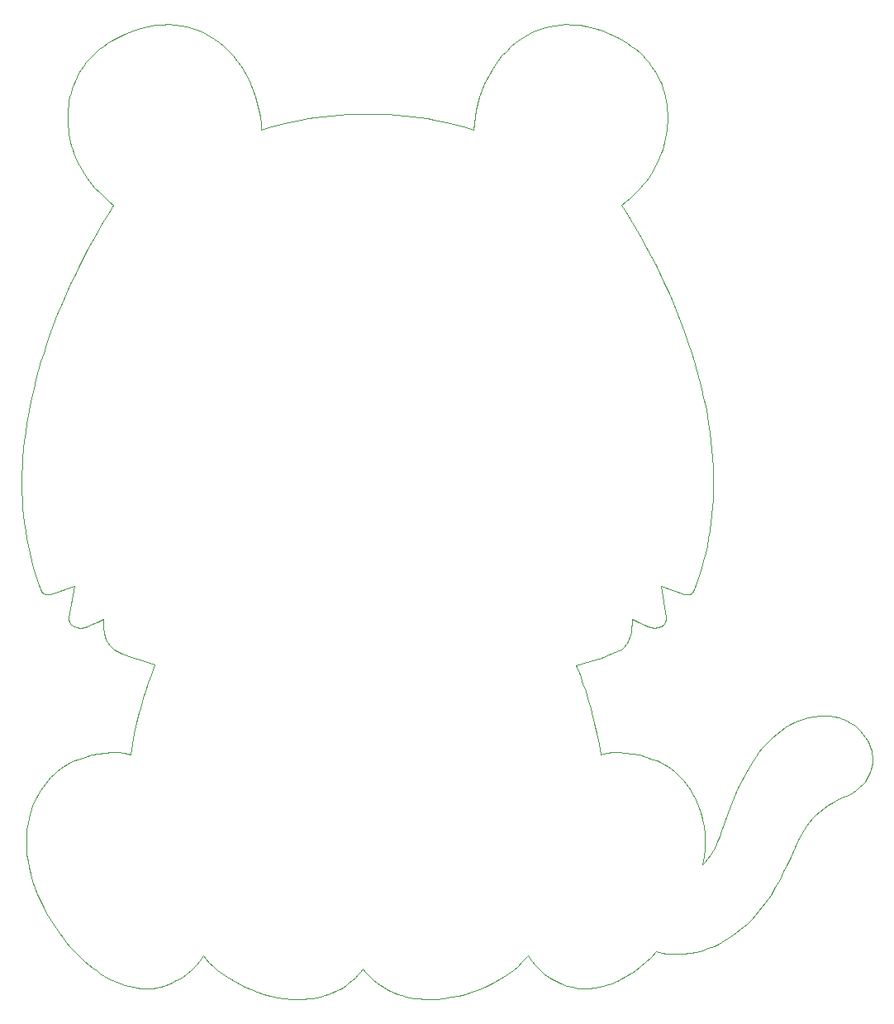
<source format=gbr>
%TF.GenerationSoftware,KiCad,Pcbnew,7.0.8*%
%TF.CreationDate,2024-08-10T05:42:34+02:00*%
%TF.ProjectId,Tiger,54696765-722e-46b6-9963-61645f706362,rev?*%
%TF.SameCoordinates,Original*%
%TF.FileFunction,Profile,NP*%
%FSLAX46Y46*%
G04 Gerber Fmt 4.6, Leading zero omitted, Abs format (unit mm)*
G04 Created by KiCad (PCBNEW 7.0.8) date 2024-08-10 05:42:34*
%MOMM*%
%LPD*%
G01*
G04 APERTURE LIST*
%TA.AperFunction,Profile*%
%ADD10C,0.100000*%
%TD*%
G04 APERTURE END LIST*
D10*
X44688400Y-24580400D02*
X44047100Y-24548490D01*
X33077500Y-53156000D02*
X32633500Y-54239700D01*
X31967600Y-101654200D02*
X31678500Y-101968300D01*
X94158800Y-38592500D02*
X94357100Y-38139800D01*
X31099000Y-82720300D02*
X31214000Y-82820800D01*
X99841400Y-71489000D02*
X99831100Y-70645000D01*
X30937200Y-59093800D02*
X30670800Y-60015800D01*
X112628900Y-103951200D02*
X113223900Y-103686800D01*
X52153200Y-30025900D02*
X51822300Y-29424000D01*
X47853700Y-120250400D02*
X48210400Y-120651400D01*
X65377300Y-122723400D02*
X65704600Y-122963400D01*
X34204800Y-37374900D02*
X34337200Y-37761500D01*
X86181300Y-91182000D02*
X85820000Y-90231300D01*
X30418000Y-80995200D02*
X30665100Y-81730000D01*
X85820000Y-90231300D02*
X87183500Y-89811400D01*
X84214200Y-122787400D02*
X84859800Y-123030400D01*
X81191100Y-120460400D02*
X81592400Y-120951400D01*
X85957400Y-123277400D02*
X86522000Y-123321400D01*
X34366700Y-82104700D02*
X33834200Y-85320300D01*
X29243700Y-75595900D02*
X29352000Y-76393300D01*
X63237200Y-33733300D02*
X62330800Y-33767000D01*
X51213600Y-122833400D02*
X51827700Y-123135400D01*
X90864300Y-42740900D02*
X91344600Y-42321900D01*
X97495700Y-82897600D02*
X97626500Y-82820800D01*
X34435100Y-86267200D02*
X34587100Y-86320200D01*
X98416200Y-60932800D02*
X98169500Y-60015800D01*
X88286600Y-99323900D02*
X88110200Y-98257500D01*
X93508000Y-28789800D02*
X93232100Y-28426000D01*
X30094400Y-112271700D02*
X30328000Y-112957300D01*
X98876200Y-109793100D02*
X98951400Y-109007500D01*
X32165200Y-116636200D02*
X32494800Y-117140800D01*
X94253200Y-86320100D02*
X94405200Y-86267100D01*
X37460900Y-122029400D02*
X37874600Y-122262400D01*
X115814900Y-98227100D02*
X115638900Y-97878900D01*
X33687800Y-34085300D02*
X33695700Y-34508200D01*
X29802000Y-63652700D02*
X29634000Y-64548400D01*
X87666800Y-24953590D02*
X86902400Y-24762860D01*
X94782700Y-86022000D02*
X94854400Y-85939100D01*
X95165300Y-100578400D02*
X94812100Y-100357900D01*
X100047200Y-108755500D02*
X99799400Y-109216300D01*
X98643200Y-61844800D02*
X98416200Y-60932800D01*
X29089200Y-68935800D02*
X29039400Y-69793900D01*
X35705000Y-86226600D02*
X36029400Y-86099400D01*
X80148100Y-26011730D02*
X79622100Y-26394950D01*
X107180900Y-96600000D02*
X106751900Y-96895600D01*
X31528700Y-57236100D02*
X31223100Y-58167200D01*
X60800800Y-123749400D02*
X61170100Y-123582400D01*
X99753900Y-73976500D02*
X99802800Y-73154900D01*
X113922900Y-96105000D02*
X113536900Y-95890900D01*
X31537800Y-115577800D02*
X31846000Y-116115000D01*
X30902000Y-103008700D02*
X30675600Y-103385900D01*
X111139900Y-104846200D02*
X111590900Y-104531200D01*
X41143300Y-94584000D02*
X41031000Y-95006100D01*
X99831100Y-70645000D02*
X99801000Y-69793900D01*
X114613900Y-96615500D02*
X114282900Y-96347600D01*
X35608200Y-28426000D02*
X35332200Y-28789800D01*
X116113900Y-100515200D02*
X116157900Y-100189700D01*
X102959900Y-116962200D02*
X103266900Y-116682500D01*
X98175300Y-81730000D02*
X98422400Y-80995200D01*
X29155200Y-74790200D02*
X29243700Y-75595900D01*
X49720100Y-26817300D02*
X49218400Y-26394950D01*
X90142900Y-25950230D02*
X89287200Y-25542520D01*
X29009300Y-70645000D02*
X28998900Y-71489000D01*
X58785900Y-124304400D02*
X59210700Y-124231400D01*
X85402700Y-123181400D02*
X85957400Y-123277400D01*
X90215500Y-99120200D02*
X89559200Y-99136200D01*
X37552200Y-87316200D02*
X37630600Y-87536100D01*
X30275200Y-104182200D02*
X30102500Y-104599900D01*
X94857700Y-36580600D02*
X94946600Y-36174500D01*
X51822300Y-29424000D02*
X51460000Y-28845400D01*
X33770600Y-32813800D02*
X33724800Y-33237300D01*
X93942300Y-39027000D02*
X94158800Y-38592500D01*
X65063200Y-122467400D02*
X65377300Y-122723400D01*
X73605800Y-34848800D02*
X72494900Y-34574500D01*
X34734800Y-99823100D02*
X34350600Y-99979600D01*
X59813400Y-33978600D02*
X59044600Y-34079100D01*
X94960200Y-85750400D02*
X95012300Y-85540300D01*
X29248000Y-67199800D02*
X29158700Y-68071100D01*
X57839200Y-124395400D02*
X58350600Y-124357400D01*
X64202700Y-121592400D02*
X64475700Y-121901400D01*
X90418300Y-88582300D02*
X90596200Y-88449700D01*
X31678500Y-101968300D02*
X31404100Y-102299200D01*
X105567900Y-97922900D02*
X105206900Y-98306100D01*
X115188900Y-97215100D02*
X114915900Y-96905800D01*
X51460000Y-28845400D02*
X51067400Y-28292800D01*
X31793600Y-82966900D02*
X31949000Y-82930300D01*
X75835100Y-123399400D02*
X76499500Y-123121400D01*
X47232700Y-120459400D02*
X47592500Y-119928400D01*
X102853900Y-101838300D02*
X102396900Y-102783000D01*
X53799900Y-123876400D02*
X54489800Y-124060400D01*
X90445000Y-43075900D02*
X90864300Y-42740900D01*
X87674700Y-123252400D02*
X88259400Y-123143400D01*
X83541900Y-24656150D02*
X82962900Y-24770870D01*
X95507000Y-100818900D02*
X95165300Y-100578400D01*
X86902400Y-24762860D02*
X86168600Y-24634940D01*
X33828000Y-85540300D02*
X33880100Y-85750400D01*
X30675600Y-103385900D02*
X30466500Y-103777300D01*
X63133300Y-122197400D02*
X63416600Y-121904400D01*
X31223100Y-58167200D02*
X30937200Y-59093800D01*
X95012300Y-85540300D02*
X95016800Y-85430800D01*
X47592500Y-119928400D02*
X47853700Y-120250400D01*
X35130200Y-39443000D02*
X35375300Y-39840400D01*
X103631900Y-100444300D02*
X103358900Y-100903400D01*
X100284900Y-108253200D02*
X100047200Y-108755500D01*
X95152500Y-34085300D02*
X95143000Y-33661400D01*
X36235000Y-121197400D02*
X36640500Y-121496400D01*
X96745500Y-101968300D02*
X96456400Y-101654200D01*
X89287200Y-25542520D02*
X88461800Y-25211890D01*
X44209800Y-122787400D02*
X44815200Y-122503400D01*
X46941900Y-25098180D02*
X46425400Y-24919740D01*
X45877600Y-24770790D02*
X45298600Y-24656090D01*
X35907600Y-28072400D02*
X35608200Y-28426000D01*
X46425400Y-24919740D02*
X45877600Y-24770790D01*
X34483200Y-38139800D02*
X34681600Y-38592500D01*
X99483400Y-66322100D02*
X99354700Y-65438200D01*
X30597000Y-113645300D02*
X30901500Y-114334900D01*
X53526300Y-35366800D02*
X53489600Y-34672600D01*
X115614900Y-101805300D02*
X115791900Y-101488800D01*
X70757200Y-124407400D02*
X71502900Y-124384400D01*
X87095000Y-123312400D02*
X87674700Y-123252400D01*
X33540300Y-118552400D02*
X33905800Y-118987400D01*
X99017200Y-110321900D02*
X98750400Y-110588700D01*
X90754900Y-88297400D02*
X90895200Y-88127600D01*
X34278700Y-119403400D02*
X34658600Y-119801400D01*
X29445200Y-108265700D02*
X29463300Y-108915600D01*
X91889200Y-27080870D02*
X91491500Y-26776110D01*
X81898600Y-25098280D02*
X81413600Y-25301460D01*
X50069700Y-122167400D02*
X50626500Y-122510400D01*
X110720900Y-95378500D02*
X110154900Y-95449300D01*
X33834200Y-85320300D02*
X33823600Y-85430800D01*
X37325800Y-85923000D02*
X37361600Y-86387500D01*
X78860000Y-121792400D02*
X79357600Y-121419400D01*
X60028000Y-124027400D02*
X60420100Y-123897400D01*
X114851900Y-102700400D02*
X115146900Y-102413300D01*
X116123900Y-99240700D02*
X116062900Y-98940700D01*
X92969700Y-99577900D02*
X92262200Y-99385100D01*
X76389000Y-30648500D02*
X76124500Y-31289300D01*
X53294600Y-33293900D02*
X53138700Y-32614600D01*
X96986400Y-56300700D02*
X96641600Y-55361100D01*
X97047000Y-82966900D02*
X97202100Y-82972500D01*
X106751900Y-96895600D02*
X106339900Y-97215800D01*
X64628400Y-33721600D02*
X64212800Y-33721600D01*
X96456400Y-101654200D02*
X96153100Y-101357500D01*
X98951400Y-109007500D02*
X98975600Y-108233700D01*
X31487600Y-82948800D02*
X31638500Y-82972500D01*
X111747900Y-95381500D02*
X111244900Y-95356400D01*
X38289900Y-122474400D02*
X38706200Y-122663400D01*
X73721200Y-124055400D02*
X74442200Y-123869400D01*
X85465600Y-24565070D02*
X84793400Y-24548490D01*
X64762700Y-122193400D02*
X65063200Y-122467400D01*
X99038300Y-63652700D02*
X98850600Y-62751500D01*
X49546500Y-121806400D02*
X50069700Y-122167400D01*
X94854400Y-85939100D02*
X94960200Y-85750400D01*
X110353900Y-105524800D02*
X110728900Y-105177500D01*
X40205200Y-89337800D02*
X41311000Y-89734100D01*
X34898800Y-86368200D02*
X35057800Y-86366500D01*
X99315000Y-119198400D02*
X99877700Y-118968400D01*
X34587100Y-86320200D02*
X34741800Y-86353300D01*
X29609100Y-106376800D02*
X29518000Y-106995400D01*
X35894200Y-40578200D02*
X36162900Y-40918300D01*
X37831600Y-87946300D02*
X37956200Y-88132500D01*
X87395400Y-95015500D02*
X87283500Y-94594900D01*
X116172900Y-99867400D02*
X116160900Y-99550300D01*
X100721900Y-107135600D02*
X100510500Y-107712300D01*
X68350900Y-124131400D02*
X68777200Y-124224400D01*
X91068200Y-26485550D02*
X90618800Y-26209990D01*
X99543800Y-109632900D02*
X99282300Y-110002400D01*
X51067400Y-28292800D02*
X50645800Y-27768900D01*
X37910400Y-43829100D02*
X37289600Y-44838100D01*
X114282900Y-96347600D02*
X113922900Y-96105000D01*
X35375300Y-39840400D02*
X35630800Y-40218800D01*
X41031000Y-95006100D02*
X40760300Y-96095600D01*
X113223900Y-103686800D02*
X113701900Y-103468800D01*
X99685200Y-74790200D02*
X99753900Y-73976500D01*
X70528100Y-34191000D02*
X69796000Y-34079100D01*
X116160900Y-99550300D02*
X116123900Y-99240700D01*
X63943700Y-121267400D02*
X64202700Y-121592400D01*
X105206900Y-98306100D02*
X104861900Y-98706600D01*
X35747100Y-47559200D02*
X34878200Y-49238900D01*
X30424200Y-60932800D02*
X30197100Y-61844800D01*
X98556500Y-105289600D02*
X98321400Y-104599900D01*
X57618000Y-34312300D02*
X56345500Y-34574500D01*
X30466500Y-103777300D02*
X30275200Y-104182200D01*
X30901500Y-114334900D02*
X31241300Y-115024900D01*
X33835200Y-32391800D02*
X33770600Y-32813800D01*
X90186200Y-88708000D02*
X90220000Y-88693100D01*
X29734300Y-110911900D02*
X29896500Y-111589600D01*
X33985900Y-85939100D02*
X34057600Y-86022000D01*
X65603800Y-33733300D02*
X64665300Y-33721600D01*
X33979500Y-51109900D02*
X33527200Y-52112000D01*
X94817800Y-31555300D02*
X94694300Y-31142300D01*
X94503100Y-37761500D02*
X94635500Y-37374900D01*
X86763100Y-92866500D02*
X86495600Y-92066100D01*
X56345500Y-34574500D02*
X55234500Y-34848800D01*
X48210400Y-120651400D02*
X48613600Y-121046400D01*
X76499500Y-123121400D02*
X77137900Y-122819400D01*
X77746500Y-122494400D02*
X78321800Y-122151400D01*
X60618000Y-33891700D02*
X59813400Y-33978600D01*
X31145100Y-102646200D02*
X30902000Y-103008700D01*
X94946600Y-36174500D02*
X95020200Y-35763400D01*
X53124100Y-123659400D02*
X53799900Y-123876400D01*
X75701800Y-32614600D02*
X75545800Y-33293900D01*
X107412900Y-110563900D02*
X107750900Y-109822500D01*
X44047100Y-24548490D02*
X43375000Y-24565090D01*
X42263000Y-91125600D02*
X41943300Y-92021500D01*
X57325400Y-124408400D02*
X57839200Y-124395400D01*
X92406100Y-41238900D02*
X92677500Y-40918300D01*
X71502900Y-124384400D02*
X72247900Y-124316400D01*
X33905800Y-118987400D02*
X34278700Y-119403400D01*
X108886900Y-107492900D02*
X109138900Y-107069300D01*
X99044600Y-78734600D02*
X99212400Y-77962900D01*
X88461800Y-25211890D02*
X87666800Y-24953590D01*
X54489800Y-124060400D02*
X55190500Y-124208400D01*
X77773100Y-28292800D02*
X77380500Y-28845400D01*
X38258900Y-88456500D02*
X38439000Y-88590100D01*
X99801000Y-69793900D02*
X99751200Y-68935800D01*
X98724400Y-119399400D02*
X99315000Y-119198400D01*
X112689900Y-95560600D02*
X112229900Y-95450600D01*
X99282300Y-110002400D02*
X99017200Y-110321900D01*
X86168600Y-24634940D02*
X85465600Y-24565070D01*
X34741800Y-86353300D02*
X34898800Y-86368200D01*
X37318600Y-85480900D02*
X37325800Y-85923000D01*
X94073500Y-99979600D02*
X93689500Y-99823100D01*
X69027300Y-33978600D02*
X68222800Y-33891700D01*
X52451400Y-30648500D02*
X52153200Y-30025900D01*
X58312500Y-34191000D02*
X57618000Y-34312300D01*
X95079800Y-119732400D02*
X95596500Y-119778400D01*
X93135400Y-86226500D02*
X93460300Y-86319800D01*
X91779000Y-121498400D02*
X92351900Y-121070400D01*
X96794600Y-119766400D02*
X97463300Y-119688400D01*
X90220000Y-88693100D02*
X90418300Y-88582300D01*
X29039400Y-69793900D02*
X29009300Y-70645000D01*
X29518000Y-106995400D02*
X29463400Y-107625300D01*
X105721900Y-113712400D02*
X106218900Y-112903900D01*
X40313900Y-98256800D02*
X40137300Y-99324000D01*
X32834200Y-117628400D02*
X33182900Y-118099400D01*
X115638900Y-97878900D02*
X115429900Y-97540600D01*
X68222800Y-33891700D02*
X67383400Y-33820500D01*
X37049300Y-121773400D02*
X37460900Y-122029400D01*
X35079400Y-29163000D02*
X34849100Y-29544800D01*
X29795800Y-78734600D02*
X29983300Y-79497300D01*
X103771900Y-116181200D02*
X104152900Y-115767500D01*
X113701900Y-103468800D02*
X114130900Y-103230400D01*
X82962900Y-24770870D02*
X82415100Y-24919830D01*
X98739200Y-105999500D02*
X98556500Y-105289600D01*
X91516000Y-85923000D02*
X91522600Y-85481200D01*
X113536900Y-95890900D02*
X113125900Y-95708400D01*
X94199200Y-29934500D02*
X93991100Y-29544800D01*
X98750400Y-110588700D02*
X98876200Y-109793100D01*
X95020200Y-35763400D02*
X95078000Y-35348100D01*
X66045000Y-123184400D02*
X66398300Y-123387400D01*
X99360300Y-77182400D02*
X99488400Y-76393300D01*
X95016800Y-85430800D02*
X95006100Y-85320300D01*
X58350600Y-124357400D02*
X58785900Y-124304400D01*
X37495900Y-42321900D02*
X37976200Y-42740900D01*
X62330800Y-33767000D02*
X61457400Y-33820500D01*
X65704600Y-122963400D02*
X66045000Y-123184400D01*
X69664100Y-124354400D02*
X70209200Y-124394400D01*
X43375000Y-24565090D02*
X42671900Y-24634990D01*
X98649700Y-80250900D02*
X98857100Y-79497300D01*
X97957500Y-103777300D02*
X97748300Y-103385900D01*
X97748300Y-103385900D02*
X97521900Y-103008600D01*
X99802800Y-73154900D02*
X99832000Y-72325700D01*
X109084900Y-95701900D02*
X108579900Y-95880200D01*
X29608000Y-110239700D02*
X29734300Y-110911900D01*
X78644200Y-27276140D02*
X78194700Y-27768900D01*
X109406900Y-106660500D02*
X109696900Y-106266600D01*
X48302200Y-25762890D02*
X47880400Y-25524520D01*
X79810900Y-121036400D02*
X80216300Y-120645400D01*
X36951100Y-27080870D02*
X36578600Y-27399040D01*
X94409500Y-50151500D02*
X93962200Y-49238900D01*
X107627900Y-96331100D02*
X107180900Y-96600000D01*
X102241400Y-117553400D02*
X102617700Y-117254200D01*
X97352900Y-82948800D02*
X97495700Y-82897600D01*
X31853900Y-56300700D02*
X31528700Y-57236100D01*
X105945900Y-97558900D02*
X105567900Y-97922900D01*
X99877700Y-118968400D02*
X100411600Y-118713400D01*
X39122900Y-122829400D02*
X39539500Y-122972400D01*
X113125900Y-95708400D02*
X112689900Y-95560600D01*
X100411600Y-118713400D02*
X100915900Y-118439400D01*
X34286300Y-86192800D02*
X34435100Y-86267200D01*
X75148100Y-123649400D02*
X75835100Y-123399400D01*
X86495600Y-92066100D02*
X86181300Y-91182000D01*
X32633500Y-54239700D02*
X32198700Y-55361100D01*
X34898100Y-39027000D02*
X35130200Y-39443000D01*
X78321800Y-122151400D02*
X78860000Y-121792400D01*
X108648900Y-107931000D02*
X108886900Y-107492900D01*
X97278900Y-102646200D02*
X97019900Y-102299200D01*
X101284900Y-105528100D02*
X100721900Y-107135600D01*
X64212800Y-33721600D02*
X64175700Y-33721600D01*
X37538900Y-99156200D02*
X36856600Y-99244400D01*
X56611600Y-124385400D02*
X57325400Y-124408400D01*
X38706200Y-122663400D02*
X39122900Y-122829400D01*
X93991100Y-29544800D02*
X93760900Y-29163000D01*
X55898900Y-124317400D02*
X56611600Y-124385400D01*
X62207000Y-122970400D02*
X62528300Y-122730400D01*
X29463300Y-108915600D02*
X29517600Y-109573900D01*
X37630600Y-87536100D02*
X37723400Y-87746800D01*
X29158700Y-68071100D02*
X29089200Y-68935800D01*
X94554000Y-86192800D02*
X94699200Y-86095300D01*
X95313100Y-52112000D02*
X94860900Y-51109900D01*
X36230900Y-27729800D02*
X35907600Y-28072400D01*
X87664900Y-96100600D02*
X87395400Y-95015500D01*
X90614800Y-122227400D02*
X91199400Y-121884400D01*
X77380500Y-28845400D02*
X77018200Y-29424000D01*
X92932700Y-28072400D02*
X92609300Y-27729800D01*
X53138700Y-32614600D02*
X52945400Y-31945500D01*
X37289600Y-44838100D02*
X36559700Y-46086900D01*
X33258700Y-100578400D02*
X32917000Y-100818900D01*
X92916500Y-120600400D02*
X93470900Y-120091400D01*
X91293800Y-87314000D02*
X91409800Y-86856200D01*
X89365900Y-89038700D02*
X90186200Y-88708000D01*
X92946200Y-40578200D02*
X93209600Y-40218800D01*
X59210700Y-124231400D02*
X59624800Y-124138400D01*
X82518900Y-121810400D02*
X83043500Y-122177400D01*
X87903000Y-97182200D02*
X87664900Y-96100600D01*
X108094900Y-96090500D02*
X107627900Y-96331100D01*
X92609300Y-27729800D02*
X92261700Y-27399040D01*
X41447400Y-93542200D02*
X41143300Y-94584000D01*
X29989700Y-62751500D02*
X29802000Y-63652700D01*
X40137300Y-99324000D02*
X39507600Y-99204100D01*
X91125000Y-87743300D02*
X91216500Y-87533200D01*
X109696900Y-106266600D02*
X110010900Y-105887900D01*
X66398300Y-123387400D02*
X66764300Y-123573400D01*
X34658600Y-119801400D02*
X35044700Y-120180400D01*
X43182100Y-123142400D02*
X43564200Y-123029400D01*
X106339900Y-97215800D02*
X105945900Y-97558900D01*
X53489600Y-34672600D02*
X53412000Y-33980800D01*
X61457400Y-33820500D02*
X60618000Y-33891700D01*
X89559200Y-99136200D02*
X88916200Y-99204100D01*
X91409800Y-86856200D02*
X91481100Y-86386900D01*
X94357100Y-38139800D02*
X94503100Y-37761500D01*
X31214000Y-82820800D02*
X31344800Y-82897600D01*
X90618800Y-26209990D02*
X90142900Y-25950230D01*
X93232100Y-28426000D02*
X92932700Y-28072400D01*
X33880100Y-85750400D02*
X33985900Y-85939100D01*
X95119600Y-34929400D02*
X95144600Y-34508200D01*
X70209200Y-124394400D02*
X70757200Y-124407400D01*
X43564200Y-123029400D02*
X44209800Y-122787400D01*
X94694300Y-31142300D02*
X94550300Y-30734000D01*
X66510100Y-33767000D02*
X65603800Y-33733300D01*
X35454400Y-99577800D02*
X34734800Y-99823100D01*
X93689500Y-99823100D02*
X92969700Y-99577900D01*
X115932900Y-101166900D02*
X116039900Y-100841600D01*
X92261700Y-27399040D02*
X91889200Y-27080870D01*
X99681600Y-68071100D02*
X99592400Y-67199800D01*
X45380400Y-122177400D02*
X45905000Y-121809400D01*
X30932100Y-82455000D02*
X31003800Y-82597700D01*
X30197100Y-61844800D02*
X29989700Y-62751500D01*
X90930000Y-43829100D02*
X90445000Y-43075900D01*
X111244900Y-95356400D02*
X110720900Y-95378500D01*
X33919000Y-31972000D02*
X33835200Y-32391800D01*
X98169500Y-60015800D02*
X97903200Y-59093800D01*
X34641100Y-29934500D02*
X34454900Y-30331100D01*
X30190700Y-80250900D02*
X30418000Y-80995200D01*
X48613600Y-121046400D02*
X49060000Y-121432400D01*
X80538200Y-25762950D02*
X80148100Y-26011730D01*
X35057800Y-86366500D02*
X35380000Y-86319900D01*
X88847400Y-122984400D02*
X89437100Y-122778400D01*
X97019900Y-102299200D02*
X96745500Y-101968300D01*
X95762900Y-53156000D02*
X95313100Y-52112000D01*
X82035100Y-121401400D02*
X82518900Y-121810400D01*
X69215000Y-124299400D02*
X69664100Y-124354400D01*
X29463400Y-107625300D02*
X29445200Y-108265700D01*
X96101700Y-119794400D02*
X96794600Y-119766400D01*
X94812100Y-100357900D02*
X94448000Y-100158100D01*
X31404100Y-102299200D02*
X31145100Y-102646200D01*
X29480100Y-77182400D02*
X29628000Y-77962900D01*
X34849100Y-29544800D02*
X34641100Y-29934500D01*
X41598500Y-123322400D02*
X42001500Y-123316400D01*
X78194700Y-27768900D02*
X77773100Y-28292800D01*
X62528300Y-122730400D02*
X62837100Y-122473400D01*
X97463300Y-119688400D02*
X98106900Y-119563400D01*
X67533400Y-123889400D02*
X67936200Y-124019400D01*
X33720700Y-34929400D02*
X33762300Y-35348100D01*
X39955200Y-123091400D02*
X40369600Y-123186400D01*
X31003800Y-82597700D02*
X31099000Y-82720300D01*
X94098500Y-86353200D02*
X94253200Y-86320100D01*
X101831700Y-117854400D02*
X102241400Y-117553400D01*
X101985700Y-103722800D02*
X101616300Y-104642700D01*
X98850600Y-62751500D02*
X98643200Y-61844800D01*
X94473700Y-82104700D02*
X96891500Y-82930300D01*
X80831300Y-119928400D02*
X81191100Y-120460400D01*
X33182900Y-118099400D02*
X33540300Y-118552400D01*
X95005100Y-32391800D02*
X94921300Y-31972000D01*
X97311600Y-57236100D02*
X96986400Y-56300700D01*
X36434300Y-41238900D02*
X36975000Y-41820700D01*
X97903200Y-59093800D02*
X97617200Y-58167200D01*
X37361600Y-86387500D02*
X37434300Y-86857500D01*
X94860900Y-51109900D02*
X94409500Y-50151500D01*
X94635500Y-37374900D02*
X94753800Y-36981100D01*
X106658900Y-112107600D02*
X107052900Y-111326600D01*
X44815200Y-122503400D02*
X45380400Y-122177400D01*
X94550300Y-30734000D02*
X94385400Y-30331100D01*
X104531900Y-99122500D02*
X104217900Y-99552000D01*
X96891500Y-82930300D02*
X97047000Y-82966900D01*
X34290000Y-30734000D02*
X34146000Y-31142300D01*
X42630600Y-90162900D02*
X42263000Y-91125600D01*
X40378600Y-25211950D02*
X39553200Y-25542550D01*
X93470900Y-120091400D02*
X94013700Y-119542400D01*
X82415100Y-24919830D02*
X81898600Y-25098280D01*
X87183500Y-89811400D02*
X88365200Y-89410200D01*
X79622100Y-26394950D02*
X79120400Y-26817300D01*
X30665100Y-81730000D02*
X30932100Y-82455000D01*
X41191800Y-123302400D02*
X41598500Y-123322400D01*
X102396900Y-102783000D02*
X101985700Y-103722800D01*
X99592400Y-67199800D02*
X99483400Y-66322100D01*
X72494900Y-34574500D02*
X71222500Y-34312300D01*
X75350800Y-34672600D02*
X75314100Y-35366800D01*
X90596200Y-88449700D02*
X90754900Y-88297400D01*
X33976200Y-100158100D02*
X33612000Y-100357900D01*
X99212400Y-77962900D02*
X99360300Y-77182400D01*
X91491500Y-26776110D02*
X91068200Y-26485550D01*
X48692300Y-26011730D02*
X48302200Y-25762890D01*
X38221500Y-26209990D02*
X37772100Y-26485550D01*
X41943300Y-92021500D02*
X41671400Y-92832900D01*
X42671900Y-24634990D02*
X41938100Y-24762920D01*
X37874600Y-122262400D02*
X38289900Y-122474400D01*
X50196200Y-27276140D02*
X49720100Y-26817300D01*
X108195900Y-108849400D02*
X108648900Y-107931000D01*
X49060000Y-121432400D02*
X49546500Y-121806400D01*
X88110200Y-98257500D02*
X87903000Y-97182200D01*
X93941400Y-86368100D02*
X94098500Y-86353200D01*
X33724800Y-33237300D02*
X33697300Y-33661400D01*
X63686800Y-121594400D02*
X63943700Y-121267400D01*
X116157900Y-100189700D02*
X116172900Y-99867400D01*
X30102500Y-104599900D02*
X29901200Y-105178100D01*
X79357600Y-121419400D02*
X79810900Y-121036400D01*
X112086900Y-104232800D02*
X112628900Y-103951200D01*
X29736800Y-105770800D02*
X29609100Y-106376800D01*
X116062900Y-98940700D02*
X116062900Y-98940600D01*
X97202100Y-82972500D02*
X97352900Y-82948800D01*
X42400100Y-123284400D02*
X42793900Y-123226400D01*
X99751200Y-68935800D02*
X99681600Y-68071100D01*
X76124500Y-31289300D02*
X75895100Y-31945500D01*
X39507600Y-99204100D02*
X38864600Y-99136100D01*
X37348800Y-26776110D02*
X36951100Y-27080870D01*
X42001500Y-123316400D02*
X42400100Y-123284400D01*
X97836700Y-82597700D02*
X97908300Y-82455000D01*
X103266900Y-116682500D02*
X103771900Y-116181200D01*
X31846000Y-116115000D02*
X32165200Y-116636200D01*
X98148700Y-104182200D02*
X97957500Y-103777300D01*
X98106900Y-119563400D02*
X98724400Y-119399400D01*
X37772100Y-26485550D02*
X37348800Y-26776110D01*
X115146900Y-102413300D02*
X115400900Y-102114200D01*
X116062900Y-98940600D02*
X116062900Y-98940600D01*
X51827700Y-123135400D02*
X52465600Y-123411400D01*
X95143000Y-33661400D02*
X95115500Y-33237300D01*
X30328000Y-112957300D02*
X30597000Y-113645300D01*
X93962200Y-49238900D02*
X93093300Y-47559200D01*
X116039900Y-100841600D02*
X116113900Y-100515200D01*
X75314100Y-35366800D02*
X74548000Y-35118500D01*
X34146000Y-31142300D02*
X34022500Y-31555300D01*
X91567200Y-99244600D02*
X90884900Y-99156300D01*
X94753800Y-36981100D02*
X94857700Y-36580600D01*
X97741500Y-82720300D02*
X97836700Y-82597700D01*
X98857100Y-79497300D02*
X99044600Y-78734600D01*
X34430900Y-50151500D02*
X33979500Y-51109900D01*
X29008400Y-72325700D02*
X29037500Y-73154900D01*
X52465600Y-123411400D02*
X53124100Y-123659400D01*
X86983500Y-93566200D02*
X86763100Y-92866500D01*
X79120400Y-26817300D02*
X78644200Y-27276140D01*
X34141100Y-86095300D02*
X34286300Y-86192800D01*
X33893700Y-36174500D02*
X33982600Y-36580600D01*
X36975000Y-41820700D02*
X37495900Y-42321900D01*
X72988500Y-124205400D02*
X73721200Y-124055400D01*
X99596700Y-75595900D02*
X99685200Y-74790200D01*
X94013700Y-119542400D02*
X94552000Y-119654400D01*
X30670800Y-60015800D02*
X30424200Y-60932800D01*
X66764300Y-123573400D02*
X67142700Y-123740400D01*
X61873400Y-123192400D02*
X62207000Y-122970400D01*
X93760900Y-29163000D02*
X93508000Y-28789800D01*
X90026800Y-122525400D02*
X90614800Y-122227400D01*
X46388700Y-121400400D02*
X46831400Y-120950400D01*
X77018200Y-29424000D02*
X76687300Y-30025900D01*
X34878200Y-49238900D02*
X34430900Y-50151500D01*
X80960100Y-25524600D02*
X80538200Y-25762950D01*
X97626500Y-82820800D02*
X97741500Y-82720300D01*
X32917000Y-100818900D02*
X32587500Y-101078800D01*
X104152900Y-115767500D02*
X104509900Y-115354100D01*
X45905000Y-121809400D02*
X46388700Y-121400400D01*
X92677500Y-40918300D02*
X92946200Y-40578200D01*
X38395500Y-43075900D02*
X37910400Y-43829100D01*
X29628000Y-77962900D02*
X29795800Y-78734600D01*
X50645800Y-27768900D02*
X50196200Y-27276140D01*
X31344800Y-82897600D02*
X31487600Y-82948800D01*
X95115500Y-33237300D02*
X95069700Y-32813800D01*
X37956200Y-88132500D02*
X38098300Y-88303300D01*
X107750900Y-109822500D02*
X108195900Y-108849400D01*
X29896500Y-111589600D02*
X30094400Y-112271700D01*
X91481100Y-86386900D02*
X91516000Y-85923000D01*
X93782500Y-86366400D02*
X93941400Y-86368100D01*
X104861900Y-98706600D02*
X104531900Y-99122500D01*
X96206800Y-54239700D02*
X95762900Y-53156000D01*
X36029400Y-86099400D02*
X36663800Y-85795900D01*
X38208300Y-99120100D02*
X37538900Y-99156200D01*
X32198700Y-55361100D02*
X31853900Y-56300700D01*
X75545800Y-33293900D02*
X75428500Y-33980800D01*
X96153100Y-101357500D02*
X95836500Y-101078800D01*
X37434300Y-86857500D02*
X37552200Y-87316200D01*
X67936200Y-124019400D02*
X68350900Y-124131400D01*
X42793900Y-123226400D02*
X43182100Y-123142400D01*
X103917900Y-99993200D02*
X103631900Y-100444300D01*
X92262200Y-99385100D02*
X91567200Y-99244600D01*
X52715900Y-31289300D02*
X52451400Y-30648500D01*
X96641600Y-55361100D02*
X96206800Y-54239700D01*
X116062900Y-98940600D02*
X115956900Y-98582000D01*
X38439000Y-88590100D02*
X38639700Y-88701900D01*
X47880400Y-25524520D02*
X47426900Y-25301360D01*
X39314400Y-88988800D02*
X40205200Y-89337800D01*
X86522000Y-123321400D02*
X87095000Y-123312400D01*
X61527700Y-123396400D02*
X61873400Y-123192400D01*
X33820100Y-35763400D02*
X33893700Y-36174500D01*
X100510500Y-107712300D02*
X100284900Y-108253200D01*
X35630800Y-40218800D02*
X35894200Y-40578200D01*
X81413600Y-25301460D02*
X80960100Y-25524600D01*
X53412000Y-33980800D02*
X53294600Y-33293900D01*
X29357000Y-66322100D02*
X29248000Y-67199800D01*
X104843900Y-114941500D02*
X105155900Y-114530200D01*
X95836500Y-101078800D02*
X95507000Y-100818900D01*
X33982600Y-36580600D02*
X34086500Y-36981100D01*
X55190500Y-124208400D02*
X55898900Y-124317400D01*
X68777200Y-124224400D02*
X69215000Y-124299400D01*
X60420100Y-123897400D02*
X60800800Y-123749400D01*
X106218900Y-112903900D02*
X106658900Y-112107600D01*
X61170100Y-123582400D02*
X61527700Y-123396400D01*
X67383400Y-33820500D02*
X66510100Y-33767000D01*
X89437100Y-122778400D02*
X90026800Y-122525400D01*
X38098300Y-88303300D02*
X38258900Y-88456500D01*
X39553200Y-25542550D02*
X38697400Y-25950230D01*
X99488400Y-76393300D02*
X99596700Y-75595900D01*
X35436600Y-120539400D02*
X35833500Y-120878400D01*
X90895200Y-88127600D02*
X91018200Y-87942200D01*
X108579900Y-95880200D02*
X108094900Y-96090500D01*
X62837100Y-122473400D02*
X63133300Y-122197400D01*
X74442200Y-123869400D02*
X75148100Y-123649400D01*
X34086500Y-36981100D02*
X34204800Y-37374900D01*
X88916200Y-99204100D02*
X88286600Y-99323900D01*
X31241300Y-115024900D02*
X31537800Y-115577800D01*
X34337200Y-37761500D02*
X34483200Y-38139800D01*
X93465100Y-39840400D02*
X93710200Y-39443000D01*
X34681600Y-38592500D02*
X34898100Y-39027000D01*
X32587500Y-101078800D02*
X32270800Y-101357500D01*
X29983300Y-79497300D02*
X30190700Y-80250900D01*
X115956900Y-98582000D02*
X115814900Y-98227100D01*
X95078000Y-35348100D02*
X95119600Y-34929400D01*
X31638500Y-82972500D02*
X31793600Y-82966900D01*
X34057600Y-86022000D02*
X34141100Y-86095300D01*
X46831400Y-120950400D02*
X47232700Y-120459400D01*
X90884900Y-99156300D02*
X90215500Y-99120200D01*
X92280700Y-46086900D02*
X91550800Y-44838100D01*
X98948500Y-107473200D02*
X98869800Y-106728000D01*
X112229900Y-95450600D02*
X111747900Y-95381500D01*
X36856600Y-99244400D02*
X36161700Y-99384900D01*
X110010900Y-105887900D02*
X110353900Y-105524800D01*
X32270800Y-101357500D02*
X31967600Y-101654200D01*
X97521900Y-103008600D02*
X97278900Y-102646200D01*
X59044600Y-34079100D02*
X58312500Y-34191000D01*
X50626500Y-122510400D02*
X51213600Y-122833400D01*
X31949000Y-82930300D02*
X34366700Y-82104700D01*
X29037500Y-73154900D02*
X29086500Y-73976500D01*
X36663800Y-85795900D02*
X37318600Y-85480900D01*
X29086500Y-73976500D02*
X29155200Y-74790200D01*
X115400900Y-102114200D02*
X115614900Y-101805300D01*
X99832000Y-72325700D02*
X99841400Y-71489000D01*
X71222500Y-34312300D02*
X70528100Y-34191000D01*
X75428500Y-33980800D02*
X75350800Y-34672600D01*
X109609900Y-95557700D02*
X109084900Y-95701900D01*
X34350600Y-99979600D02*
X33976200Y-100158100D01*
X84793400Y-24548490D02*
X84152100Y-24580430D01*
X28998900Y-71489000D02*
X29008400Y-72325700D01*
X29352000Y-76393300D02*
X29480100Y-77182400D01*
X75895100Y-31945500D02*
X75701800Y-32614600D01*
X92176600Y-85795900D02*
X92811000Y-86099400D01*
X39539500Y-122972400D02*
X39955200Y-123091400D01*
X67142700Y-123740400D02*
X67533400Y-123889400D01*
X34454900Y-30331100D02*
X34290000Y-30734000D01*
X37723400Y-87746800D02*
X37831600Y-87946300D01*
X36559700Y-46086900D02*
X35747100Y-47559200D01*
X105155900Y-114530200D02*
X105721900Y-113712400D01*
X38639700Y-88701900D02*
X39314400Y-88988800D01*
X36161700Y-99384900D02*
X35454400Y-99577800D01*
X94699200Y-86095300D02*
X94782700Y-86022000D01*
X92351900Y-121070400D02*
X92916500Y-120600400D01*
X35044700Y-120180400D02*
X35436600Y-120539400D01*
X98975600Y-108233700D02*
X98948500Y-107473200D01*
X114130900Y-103230400D02*
X114513900Y-102973500D01*
X88365200Y-89410200D02*
X89365900Y-89038700D01*
X91216500Y-87533200D02*
X91293800Y-87314000D01*
X36578600Y-27399040D02*
X36230900Y-27729800D01*
X33527200Y-52112000D02*
X33077500Y-53156000D01*
X88259400Y-123143400D02*
X88847400Y-122984400D01*
X91522600Y-85481200D02*
X92176600Y-85795900D01*
X76687300Y-30025900D02*
X76389000Y-30648500D01*
X94921300Y-31972000D02*
X94817800Y-31555300D01*
X29517600Y-109573900D02*
X29608000Y-110239700D01*
X91344600Y-42321900D02*
X91865400Y-41820700D01*
X33762300Y-35348100D02*
X33820100Y-35763400D01*
X40521400Y-97179900D02*
X40313900Y-98256800D01*
X40782000Y-123256400D02*
X41191800Y-123302400D01*
X35833500Y-120878400D02*
X36235000Y-121197400D01*
X93093300Y-47559200D02*
X92280700Y-46086900D01*
X95596500Y-119778400D02*
X96101700Y-119794400D01*
X83608700Y-122503400D02*
X84214200Y-122787400D01*
X52945400Y-31945500D02*
X52715900Y-31289300D01*
X41311000Y-89734100D02*
X42630600Y-90162900D01*
X100915900Y-118439400D02*
X101389500Y-118151400D01*
X32494800Y-117140800D02*
X32834200Y-117628400D01*
X34022500Y-31555300D02*
X33919000Y-31972000D01*
X101616300Y-104642700D02*
X101284900Y-105528100D01*
X33823600Y-85430800D02*
X33828000Y-85540300D01*
X38864600Y-99136100D02*
X38208300Y-99120100D01*
X77137900Y-122819400D02*
X77746500Y-122494400D01*
X98321400Y-104599900D02*
X98148700Y-104182200D01*
X33612000Y-100357900D02*
X33258700Y-100578400D01*
X94385400Y-30331100D02*
X94199200Y-29934500D01*
X64175700Y-33721600D02*
X63237200Y-33733300D01*
X115791900Y-101488800D02*
X115932900Y-101166900D01*
X45298600Y-24656090D02*
X44688400Y-24580400D01*
X41938100Y-24762920D02*
X41173700Y-24953650D01*
X91199400Y-121884400D02*
X91779000Y-121498400D01*
X97908300Y-82455000D02*
X98175300Y-81730000D01*
X98422400Y-80995200D02*
X98649700Y-80250900D01*
X72247900Y-124316400D02*
X72988500Y-124205400D01*
X40760300Y-96095600D02*
X40521400Y-97179900D01*
X109138900Y-107069300D02*
X109406900Y-106660500D01*
X104509900Y-115354100D02*
X104843900Y-114941500D01*
X110154900Y-95449300D02*
X109609900Y-95557700D01*
X115429900Y-97540600D02*
X115188900Y-97215100D01*
X94448000Y-100158100D02*
X94073500Y-99979600D01*
X49218400Y-26394950D02*
X48692300Y-26011730D01*
X99354700Y-65438200D02*
X99206400Y-64548400D01*
X41671400Y-92832900D02*
X41447400Y-93542200D01*
X55234500Y-34848800D02*
X54292300Y-35118500D01*
X40369600Y-123186400D02*
X40782000Y-123256400D01*
X59624800Y-124138400D02*
X60028000Y-124027400D01*
X107052900Y-111326600D02*
X107412900Y-110563900D01*
X95006100Y-85320300D02*
X94473700Y-82104700D01*
X69796000Y-34079100D02*
X69027300Y-33978600D01*
X92811000Y-86099400D02*
X93135400Y-86226500D01*
X41173700Y-24953650D02*
X40378600Y-25211950D01*
X87283500Y-94594900D02*
X86983500Y-93566200D01*
X29485600Y-65438200D02*
X29357000Y-66322100D01*
X81592400Y-120951400D02*
X82035100Y-121401400D01*
X93209600Y-40218800D02*
X93465100Y-39840400D01*
X80216300Y-120645400D02*
X80570200Y-120250400D01*
X29901200Y-105178100D02*
X29736800Y-105770800D01*
X91018200Y-87942200D02*
X91125000Y-87743300D01*
X94405200Y-86267100D02*
X94554000Y-86192800D01*
X33697300Y-33661400D02*
X33687800Y-34085300D01*
X99799400Y-109216300D02*
X99543800Y-109632900D01*
X84859800Y-123030400D02*
X85402700Y-123181400D01*
X84152100Y-24580430D02*
X83541900Y-24656150D01*
X54292300Y-35118500D02*
X53526300Y-35366800D01*
X83043500Y-122177400D02*
X83608700Y-122503400D01*
X114915900Y-96905800D02*
X114613900Y-96615500D01*
X103358900Y-100903400D02*
X102853900Y-101838300D01*
X104217900Y-99552000D02*
X103917900Y-99993200D01*
X99206400Y-64548400D02*
X99038300Y-63652700D01*
X74548000Y-35118500D02*
X73605800Y-34848800D01*
X33695700Y-34508200D02*
X33720700Y-34929400D01*
X35332200Y-28789800D02*
X35079400Y-29163000D01*
X94552000Y-119654400D02*
X95079800Y-119732400D01*
X80570200Y-120250400D02*
X80831300Y-119928400D01*
X97617200Y-58167200D02*
X97311600Y-57236100D01*
X93710200Y-39443000D02*
X93942300Y-39027000D01*
X36162900Y-40918300D02*
X36434300Y-41238900D01*
X36640500Y-121496400D02*
X37049300Y-121773400D01*
X29634000Y-64548400D02*
X29485600Y-65438200D01*
X110728900Y-105177500D02*
X111139900Y-104846200D01*
X47426900Y-25301360D02*
X46941900Y-25098180D01*
X63416600Y-121904400D02*
X63686800Y-121594400D01*
X37976200Y-42740900D02*
X38395500Y-43075900D01*
X64475700Y-121901400D02*
X64762700Y-122193400D01*
X91550800Y-44838100D02*
X90930000Y-43829100D01*
X114513900Y-102973500D02*
X114851900Y-102700400D01*
X102617700Y-117254200D02*
X102959900Y-116962200D01*
X35380000Y-86319900D02*
X35705000Y-86226600D01*
X91865400Y-41820700D02*
X92406100Y-41238900D01*
X95144600Y-34508200D02*
X95152500Y-34085300D01*
X64665300Y-33721600D02*
X64628400Y-33721600D01*
X111590900Y-104531200D02*
X112086900Y-104232800D01*
X95069700Y-32813800D02*
X95005100Y-32391800D01*
X38697400Y-25950230D02*
X38221500Y-26209990D01*
X98869800Y-106728000D02*
X98739200Y-105999500D01*
X101389500Y-118151400D02*
X101831700Y-117854400D01*
X93460300Y-86319800D02*
X93782500Y-86366400D01*
M02*

</source>
